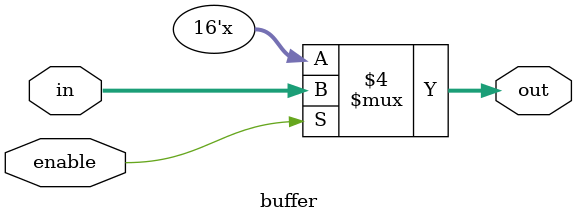
<source format=v>
`timescale 1ns / 1ps

module buffer(out,in,enable);
	output	[15:0]	out;
	input		[15:0]	in;
	input					enable;
	reg		[15:0]	out;
	
	always @ (in or enable)
		if (enable == 1) out = in; else out = 16'bz;

endmodule

</source>
